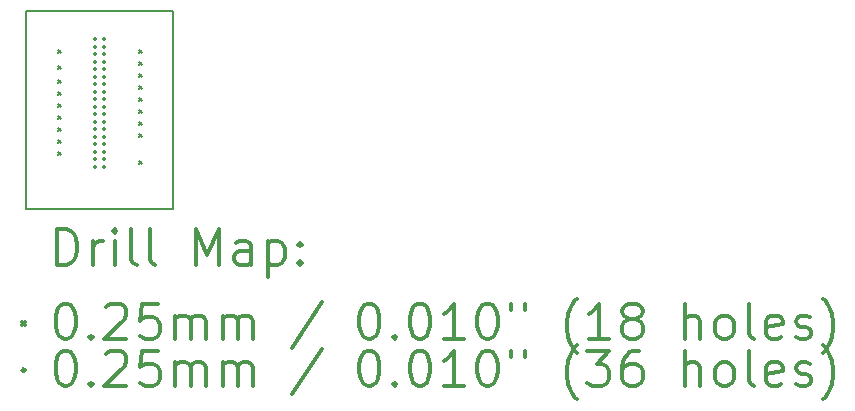
<source format=gbr>
%FSLAX45Y45*%
G04 Gerber Fmt 4.5, Leading zero omitted, Abs format (unit mm)*
G04 Created by KiCad (PCBNEW 4.0.7) date 07/03/18 10:48:22*
%MOMM*%
%LPD*%
G01*
G04 APERTURE LIST*
%ADD10C,0.127000*%
%ADD11C,0.150000*%
%ADD12C,0.200000*%
%ADD13C,0.300000*%
G04 APERTURE END LIST*
D10*
D11*
X14528800Y-11684000D02*
X14528800Y-11607800D01*
X15773400Y-11684000D02*
X14528800Y-11684000D01*
X15773400Y-11607800D02*
X15773400Y-11684000D01*
X15773400Y-10007600D02*
X15773400Y-10083800D01*
X14528800Y-10007600D02*
X15773400Y-10007600D01*
X14528800Y-10083800D02*
X14528800Y-10007600D01*
X15773400Y-11607800D02*
X15773400Y-10083800D01*
X14528800Y-10083800D02*
X14528800Y-11607800D01*
D12*
X14795754Y-10338054D02*
X14820646Y-10362946D01*
X14820646Y-10338054D02*
X14795754Y-10362946D01*
X14795754Y-10477754D02*
X14820646Y-10502646D01*
X14820646Y-10477754D02*
X14795754Y-10502646D01*
X14795754Y-10592054D02*
X14820646Y-10616946D01*
X14820646Y-10592054D02*
X14795754Y-10616946D01*
X14795754Y-10693654D02*
X14820646Y-10718546D01*
X14820646Y-10693654D02*
X14795754Y-10718546D01*
X14795754Y-10795254D02*
X14820646Y-10820146D01*
X14820646Y-10795254D02*
X14795754Y-10820146D01*
X14795754Y-10896854D02*
X14820646Y-10921746D01*
X14820646Y-10896854D02*
X14795754Y-10921746D01*
X14795754Y-10998454D02*
X14820646Y-11023346D01*
X14820646Y-10998454D02*
X14795754Y-11023346D01*
X14795754Y-11100054D02*
X14820646Y-11124946D01*
X14820646Y-11100054D02*
X14795754Y-11124946D01*
X14795754Y-11201654D02*
X14820646Y-11226546D01*
X14820646Y-11201654D02*
X14795754Y-11226546D01*
X15481554Y-10338054D02*
X15506446Y-10362946D01*
X15506446Y-10338054D02*
X15481554Y-10362946D01*
X15481554Y-10439654D02*
X15506446Y-10464546D01*
X15506446Y-10439654D02*
X15481554Y-10464546D01*
X15481554Y-10541254D02*
X15506446Y-10566146D01*
X15506446Y-10541254D02*
X15481554Y-10566146D01*
X15481554Y-10642854D02*
X15506446Y-10667746D01*
X15506446Y-10642854D02*
X15481554Y-10667746D01*
X15481554Y-10744454D02*
X15506446Y-10769346D01*
X15506446Y-10744454D02*
X15481554Y-10769346D01*
X15481554Y-10846054D02*
X15506446Y-10870946D01*
X15506446Y-10846054D02*
X15481554Y-10870946D01*
X15481554Y-10947654D02*
X15506446Y-10972546D01*
X15506446Y-10947654D02*
X15481554Y-10972546D01*
X15481554Y-11049254D02*
X15506446Y-11074146D01*
X15506446Y-11049254D02*
X15481554Y-11074146D01*
X15481554Y-11277854D02*
X15506446Y-11302746D01*
X15506446Y-11277854D02*
X15481554Y-11302746D01*
X15125700Y-10248900D02*
G75*
G03X15125700Y-10248900I-12700J0D01*
G01*
X15125700Y-10312400D02*
G75*
G03X15125700Y-10312400I-12700J0D01*
G01*
X15125700Y-10375900D02*
G75*
G03X15125700Y-10375900I-12700J0D01*
G01*
X15125700Y-10439400D02*
G75*
G03X15125700Y-10439400I-12700J0D01*
G01*
X15125700Y-10502900D02*
G75*
G03X15125700Y-10502900I-12700J0D01*
G01*
X15125700Y-10566400D02*
G75*
G03X15125700Y-10566400I-12700J0D01*
G01*
X15125700Y-10629900D02*
G75*
G03X15125700Y-10629900I-12700J0D01*
G01*
X15125700Y-10693400D02*
G75*
G03X15125700Y-10693400I-12700J0D01*
G01*
X15125700Y-10756900D02*
G75*
G03X15125700Y-10756900I-12700J0D01*
G01*
X15125700Y-10820400D02*
G75*
G03X15125700Y-10820400I-12700J0D01*
G01*
X15125700Y-10883900D02*
G75*
G03X15125700Y-10883900I-12700J0D01*
G01*
X15125700Y-10947400D02*
G75*
G03X15125700Y-10947400I-12700J0D01*
G01*
X15125700Y-11010900D02*
G75*
G03X15125700Y-11010900I-12700J0D01*
G01*
X15125700Y-11074400D02*
G75*
G03X15125700Y-11074400I-12700J0D01*
G01*
X15125700Y-11137900D02*
G75*
G03X15125700Y-11137900I-12700J0D01*
G01*
X15125700Y-11201400D02*
G75*
G03X15125700Y-11201400I-12700J0D01*
G01*
X15125700Y-11264900D02*
G75*
G03X15125700Y-11264900I-12700J0D01*
G01*
X15125700Y-11328400D02*
G75*
G03X15125700Y-11328400I-12700J0D01*
G01*
X15201900Y-10248900D02*
G75*
G03X15201900Y-10248900I-12700J0D01*
G01*
X15201900Y-10312400D02*
G75*
G03X15201900Y-10312400I-12700J0D01*
G01*
X15201900Y-10375900D02*
G75*
G03X15201900Y-10375900I-12700J0D01*
G01*
X15201900Y-10439400D02*
G75*
G03X15201900Y-10439400I-12700J0D01*
G01*
X15201900Y-10502900D02*
G75*
G03X15201900Y-10502900I-12700J0D01*
G01*
X15201900Y-10566400D02*
G75*
G03X15201900Y-10566400I-12700J0D01*
G01*
X15201900Y-10629900D02*
G75*
G03X15201900Y-10629900I-12700J0D01*
G01*
X15201900Y-10693400D02*
G75*
G03X15201900Y-10693400I-12700J0D01*
G01*
X15201900Y-10756900D02*
G75*
G03X15201900Y-10756900I-12700J0D01*
G01*
X15201900Y-10820400D02*
G75*
G03X15201900Y-10820400I-12700J0D01*
G01*
X15201900Y-10883900D02*
G75*
G03X15201900Y-10883900I-12700J0D01*
G01*
X15201900Y-10947400D02*
G75*
G03X15201900Y-10947400I-12700J0D01*
G01*
X15201900Y-11010900D02*
G75*
G03X15201900Y-11010900I-12700J0D01*
G01*
X15201900Y-11074400D02*
G75*
G03X15201900Y-11074400I-12700J0D01*
G01*
X15201900Y-11137900D02*
G75*
G03X15201900Y-11137900I-12700J0D01*
G01*
X15201900Y-11201400D02*
G75*
G03X15201900Y-11201400I-12700J0D01*
G01*
X15201900Y-11264900D02*
G75*
G03X15201900Y-11264900I-12700J0D01*
G01*
X15201900Y-11328400D02*
G75*
G03X15201900Y-11328400I-12700J0D01*
G01*
D13*
X14792728Y-12157214D02*
X14792728Y-11857214D01*
X14864157Y-11857214D01*
X14907014Y-11871500D01*
X14935586Y-11900071D01*
X14949871Y-11928643D01*
X14964157Y-11985786D01*
X14964157Y-12028643D01*
X14949871Y-12085786D01*
X14935586Y-12114357D01*
X14907014Y-12142929D01*
X14864157Y-12157214D01*
X14792728Y-12157214D01*
X15092728Y-12157214D02*
X15092728Y-11957214D01*
X15092728Y-12014357D02*
X15107014Y-11985786D01*
X15121300Y-11971500D01*
X15149871Y-11957214D01*
X15178443Y-11957214D01*
X15278443Y-12157214D02*
X15278443Y-11957214D01*
X15278443Y-11857214D02*
X15264157Y-11871500D01*
X15278443Y-11885786D01*
X15292728Y-11871500D01*
X15278443Y-11857214D01*
X15278443Y-11885786D01*
X15464157Y-12157214D02*
X15435586Y-12142929D01*
X15421300Y-12114357D01*
X15421300Y-11857214D01*
X15621300Y-12157214D02*
X15592728Y-12142929D01*
X15578443Y-12114357D01*
X15578443Y-11857214D01*
X15964157Y-12157214D02*
X15964157Y-11857214D01*
X16064157Y-12071500D01*
X16164157Y-11857214D01*
X16164157Y-12157214D01*
X16435586Y-12157214D02*
X16435586Y-12000071D01*
X16421300Y-11971500D01*
X16392728Y-11957214D01*
X16335586Y-11957214D01*
X16307014Y-11971500D01*
X16435586Y-12142929D02*
X16407014Y-12157214D01*
X16335586Y-12157214D01*
X16307014Y-12142929D01*
X16292728Y-12114357D01*
X16292728Y-12085786D01*
X16307014Y-12057214D01*
X16335586Y-12042929D01*
X16407014Y-12042929D01*
X16435586Y-12028643D01*
X16578443Y-11957214D02*
X16578443Y-12257214D01*
X16578443Y-11971500D02*
X16607014Y-11957214D01*
X16664157Y-11957214D01*
X16692728Y-11971500D01*
X16707014Y-11985786D01*
X16721300Y-12014357D01*
X16721300Y-12100071D01*
X16707014Y-12128643D01*
X16692728Y-12142929D01*
X16664157Y-12157214D01*
X16607014Y-12157214D01*
X16578443Y-12142929D01*
X16849871Y-12128643D02*
X16864157Y-12142929D01*
X16849871Y-12157214D01*
X16835586Y-12142929D01*
X16849871Y-12128643D01*
X16849871Y-12157214D01*
X16849871Y-11971500D02*
X16864157Y-11985786D01*
X16849871Y-12000071D01*
X16835586Y-11985786D01*
X16849871Y-11971500D01*
X16849871Y-12000071D01*
X14496408Y-12639054D02*
X14521300Y-12663946D01*
X14521300Y-12639054D02*
X14496408Y-12663946D01*
X14849871Y-12487214D02*
X14878443Y-12487214D01*
X14907014Y-12501500D01*
X14921300Y-12515786D01*
X14935586Y-12544357D01*
X14949871Y-12601500D01*
X14949871Y-12672929D01*
X14935586Y-12730071D01*
X14921300Y-12758643D01*
X14907014Y-12772929D01*
X14878443Y-12787214D01*
X14849871Y-12787214D01*
X14821300Y-12772929D01*
X14807014Y-12758643D01*
X14792728Y-12730071D01*
X14778443Y-12672929D01*
X14778443Y-12601500D01*
X14792728Y-12544357D01*
X14807014Y-12515786D01*
X14821300Y-12501500D01*
X14849871Y-12487214D01*
X15078443Y-12758643D02*
X15092728Y-12772929D01*
X15078443Y-12787214D01*
X15064157Y-12772929D01*
X15078443Y-12758643D01*
X15078443Y-12787214D01*
X15207014Y-12515786D02*
X15221300Y-12501500D01*
X15249871Y-12487214D01*
X15321300Y-12487214D01*
X15349871Y-12501500D01*
X15364157Y-12515786D01*
X15378443Y-12544357D01*
X15378443Y-12572929D01*
X15364157Y-12615786D01*
X15192728Y-12787214D01*
X15378443Y-12787214D01*
X15649871Y-12487214D02*
X15507014Y-12487214D01*
X15492728Y-12630071D01*
X15507014Y-12615786D01*
X15535586Y-12601500D01*
X15607014Y-12601500D01*
X15635586Y-12615786D01*
X15649871Y-12630071D01*
X15664157Y-12658643D01*
X15664157Y-12730071D01*
X15649871Y-12758643D01*
X15635586Y-12772929D01*
X15607014Y-12787214D01*
X15535586Y-12787214D01*
X15507014Y-12772929D01*
X15492728Y-12758643D01*
X15792728Y-12787214D02*
X15792728Y-12587214D01*
X15792728Y-12615786D02*
X15807014Y-12601500D01*
X15835586Y-12587214D01*
X15878443Y-12587214D01*
X15907014Y-12601500D01*
X15921300Y-12630071D01*
X15921300Y-12787214D01*
X15921300Y-12630071D02*
X15935586Y-12601500D01*
X15964157Y-12587214D01*
X16007014Y-12587214D01*
X16035586Y-12601500D01*
X16049871Y-12630071D01*
X16049871Y-12787214D01*
X16192728Y-12787214D02*
X16192728Y-12587214D01*
X16192728Y-12615786D02*
X16207014Y-12601500D01*
X16235586Y-12587214D01*
X16278443Y-12587214D01*
X16307014Y-12601500D01*
X16321300Y-12630071D01*
X16321300Y-12787214D01*
X16321300Y-12630071D02*
X16335586Y-12601500D01*
X16364157Y-12587214D01*
X16407014Y-12587214D01*
X16435586Y-12601500D01*
X16449871Y-12630071D01*
X16449871Y-12787214D01*
X17035586Y-12472929D02*
X16778443Y-12858643D01*
X17421300Y-12487214D02*
X17449871Y-12487214D01*
X17478443Y-12501500D01*
X17492728Y-12515786D01*
X17507014Y-12544357D01*
X17521300Y-12601500D01*
X17521300Y-12672929D01*
X17507014Y-12730071D01*
X17492728Y-12758643D01*
X17478443Y-12772929D01*
X17449871Y-12787214D01*
X17421300Y-12787214D01*
X17392728Y-12772929D01*
X17378443Y-12758643D01*
X17364157Y-12730071D01*
X17349871Y-12672929D01*
X17349871Y-12601500D01*
X17364157Y-12544357D01*
X17378443Y-12515786D01*
X17392728Y-12501500D01*
X17421300Y-12487214D01*
X17649871Y-12758643D02*
X17664157Y-12772929D01*
X17649871Y-12787214D01*
X17635586Y-12772929D01*
X17649871Y-12758643D01*
X17649871Y-12787214D01*
X17849871Y-12487214D02*
X17878443Y-12487214D01*
X17907014Y-12501500D01*
X17921300Y-12515786D01*
X17935586Y-12544357D01*
X17949871Y-12601500D01*
X17949871Y-12672929D01*
X17935586Y-12730071D01*
X17921300Y-12758643D01*
X17907014Y-12772929D01*
X17878443Y-12787214D01*
X17849871Y-12787214D01*
X17821300Y-12772929D01*
X17807014Y-12758643D01*
X17792728Y-12730071D01*
X17778443Y-12672929D01*
X17778443Y-12601500D01*
X17792728Y-12544357D01*
X17807014Y-12515786D01*
X17821300Y-12501500D01*
X17849871Y-12487214D01*
X18235586Y-12787214D02*
X18064157Y-12787214D01*
X18149871Y-12787214D02*
X18149871Y-12487214D01*
X18121300Y-12530071D01*
X18092728Y-12558643D01*
X18064157Y-12572929D01*
X18421300Y-12487214D02*
X18449871Y-12487214D01*
X18478443Y-12501500D01*
X18492728Y-12515786D01*
X18507014Y-12544357D01*
X18521300Y-12601500D01*
X18521300Y-12672929D01*
X18507014Y-12730071D01*
X18492728Y-12758643D01*
X18478443Y-12772929D01*
X18449871Y-12787214D01*
X18421300Y-12787214D01*
X18392728Y-12772929D01*
X18378443Y-12758643D01*
X18364157Y-12730071D01*
X18349871Y-12672929D01*
X18349871Y-12601500D01*
X18364157Y-12544357D01*
X18378443Y-12515786D01*
X18392728Y-12501500D01*
X18421300Y-12487214D01*
X18635586Y-12487214D02*
X18635586Y-12544357D01*
X18749871Y-12487214D02*
X18749871Y-12544357D01*
X19192728Y-12901500D02*
X19178443Y-12887214D01*
X19149871Y-12844357D01*
X19135586Y-12815786D01*
X19121300Y-12772929D01*
X19107014Y-12701500D01*
X19107014Y-12644357D01*
X19121300Y-12572929D01*
X19135586Y-12530071D01*
X19149871Y-12501500D01*
X19178443Y-12458643D01*
X19192728Y-12444357D01*
X19464157Y-12787214D02*
X19292728Y-12787214D01*
X19378443Y-12787214D02*
X19378443Y-12487214D01*
X19349871Y-12530071D01*
X19321300Y-12558643D01*
X19292728Y-12572929D01*
X19635586Y-12615786D02*
X19607014Y-12601500D01*
X19592728Y-12587214D01*
X19578443Y-12558643D01*
X19578443Y-12544357D01*
X19592728Y-12515786D01*
X19607014Y-12501500D01*
X19635586Y-12487214D01*
X19692728Y-12487214D01*
X19721300Y-12501500D01*
X19735586Y-12515786D01*
X19749871Y-12544357D01*
X19749871Y-12558643D01*
X19735586Y-12587214D01*
X19721300Y-12601500D01*
X19692728Y-12615786D01*
X19635586Y-12615786D01*
X19607014Y-12630071D01*
X19592728Y-12644357D01*
X19578443Y-12672929D01*
X19578443Y-12730071D01*
X19592728Y-12758643D01*
X19607014Y-12772929D01*
X19635586Y-12787214D01*
X19692728Y-12787214D01*
X19721300Y-12772929D01*
X19735586Y-12758643D01*
X19749871Y-12730071D01*
X19749871Y-12672929D01*
X19735586Y-12644357D01*
X19721300Y-12630071D01*
X19692728Y-12615786D01*
X20107014Y-12787214D02*
X20107014Y-12487214D01*
X20235586Y-12787214D02*
X20235586Y-12630071D01*
X20221300Y-12601500D01*
X20192728Y-12587214D01*
X20149871Y-12587214D01*
X20121300Y-12601500D01*
X20107014Y-12615786D01*
X20421300Y-12787214D02*
X20392728Y-12772929D01*
X20378443Y-12758643D01*
X20364157Y-12730071D01*
X20364157Y-12644357D01*
X20378443Y-12615786D01*
X20392728Y-12601500D01*
X20421300Y-12587214D01*
X20464157Y-12587214D01*
X20492728Y-12601500D01*
X20507014Y-12615786D01*
X20521300Y-12644357D01*
X20521300Y-12730071D01*
X20507014Y-12758643D01*
X20492728Y-12772929D01*
X20464157Y-12787214D01*
X20421300Y-12787214D01*
X20692728Y-12787214D02*
X20664157Y-12772929D01*
X20649871Y-12744357D01*
X20649871Y-12487214D01*
X20921300Y-12772929D02*
X20892729Y-12787214D01*
X20835586Y-12787214D01*
X20807014Y-12772929D01*
X20792729Y-12744357D01*
X20792729Y-12630071D01*
X20807014Y-12601500D01*
X20835586Y-12587214D01*
X20892729Y-12587214D01*
X20921300Y-12601500D01*
X20935586Y-12630071D01*
X20935586Y-12658643D01*
X20792729Y-12687214D01*
X21049871Y-12772929D02*
X21078443Y-12787214D01*
X21135586Y-12787214D01*
X21164157Y-12772929D01*
X21178443Y-12744357D01*
X21178443Y-12730071D01*
X21164157Y-12701500D01*
X21135586Y-12687214D01*
X21092729Y-12687214D01*
X21064157Y-12672929D01*
X21049871Y-12644357D01*
X21049871Y-12630071D01*
X21064157Y-12601500D01*
X21092729Y-12587214D01*
X21135586Y-12587214D01*
X21164157Y-12601500D01*
X21278443Y-12901500D02*
X21292729Y-12887214D01*
X21321300Y-12844357D01*
X21335586Y-12815786D01*
X21349871Y-12772929D01*
X21364157Y-12701500D01*
X21364157Y-12644357D01*
X21349871Y-12572929D01*
X21335586Y-12530071D01*
X21321300Y-12501500D01*
X21292729Y-12458643D01*
X21278443Y-12444357D01*
X14521300Y-13047500D02*
G75*
G03X14521300Y-13047500I-12700J0D01*
G01*
X14849871Y-12883214D02*
X14878443Y-12883214D01*
X14907014Y-12897500D01*
X14921300Y-12911786D01*
X14935586Y-12940357D01*
X14949871Y-12997500D01*
X14949871Y-13068929D01*
X14935586Y-13126071D01*
X14921300Y-13154643D01*
X14907014Y-13168929D01*
X14878443Y-13183214D01*
X14849871Y-13183214D01*
X14821300Y-13168929D01*
X14807014Y-13154643D01*
X14792728Y-13126071D01*
X14778443Y-13068929D01*
X14778443Y-12997500D01*
X14792728Y-12940357D01*
X14807014Y-12911786D01*
X14821300Y-12897500D01*
X14849871Y-12883214D01*
X15078443Y-13154643D02*
X15092728Y-13168929D01*
X15078443Y-13183214D01*
X15064157Y-13168929D01*
X15078443Y-13154643D01*
X15078443Y-13183214D01*
X15207014Y-12911786D02*
X15221300Y-12897500D01*
X15249871Y-12883214D01*
X15321300Y-12883214D01*
X15349871Y-12897500D01*
X15364157Y-12911786D01*
X15378443Y-12940357D01*
X15378443Y-12968929D01*
X15364157Y-13011786D01*
X15192728Y-13183214D01*
X15378443Y-13183214D01*
X15649871Y-12883214D02*
X15507014Y-12883214D01*
X15492728Y-13026071D01*
X15507014Y-13011786D01*
X15535586Y-12997500D01*
X15607014Y-12997500D01*
X15635586Y-13011786D01*
X15649871Y-13026071D01*
X15664157Y-13054643D01*
X15664157Y-13126071D01*
X15649871Y-13154643D01*
X15635586Y-13168929D01*
X15607014Y-13183214D01*
X15535586Y-13183214D01*
X15507014Y-13168929D01*
X15492728Y-13154643D01*
X15792728Y-13183214D02*
X15792728Y-12983214D01*
X15792728Y-13011786D02*
X15807014Y-12997500D01*
X15835586Y-12983214D01*
X15878443Y-12983214D01*
X15907014Y-12997500D01*
X15921300Y-13026071D01*
X15921300Y-13183214D01*
X15921300Y-13026071D02*
X15935586Y-12997500D01*
X15964157Y-12983214D01*
X16007014Y-12983214D01*
X16035586Y-12997500D01*
X16049871Y-13026071D01*
X16049871Y-13183214D01*
X16192728Y-13183214D02*
X16192728Y-12983214D01*
X16192728Y-13011786D02*
X16207014Y-12997500D01*
X16235586Y-12983214D01*
X16278443Y-12983214D01*
X16307014Y-12997500D01*
X16321300Y-13026071D01*
X16321300Y-13183214D01*
X16321300Y-13026071D02*
X16335586Y-12997500D01*
X16364157Y-12983214D01*
X16407014Y-12983214D01*
X16435586Y-12997500D01*
X16449871Y-13026071D01*
X16449871Y-13183214D01*
X17035586Y-12868929D02*
X16778443Y-13254643D01*
X17421300Y-12883214D02*
X17449871Y-12883214D01*
X17478443Y-12897500D01*
X17492728Y-12911786D01*
X17507014Y-12940357D01*
X17521300Y-12997500D01*
X17521300Y-13068929D01*
X17507014Y-13126071D01*
X17492728Y-13154643D01*
X17478443Y-13168929D01*
X17449871Y-13183214D01*
X17421300Y-13183214D01*
X17392728Y-13168929D01*
X17378443Y-13154643D01*
X17364157Y-13126071D01*
X17349871Y-13068929D01*
X17349871Y-12997500D01*
X17364157Y-12940357D01*
X17378443Y-12911786D01*
X17392728Y-12897500D01*
X17421300Y-12883214D01*
X17649871Y-13154643D02*
X17664157Y-13168929D01*
X17649871Y-13183214D01*
X17635586Y-13168929D01*
X17649871Y-13154643D01*
X17649871Y-13183214D01*
X17849871Y-12883214D02*
X17878443Y-12883214D01*
X17907014Y-12897500D01*
X17921300Y-12911786D01*
X17935586Y-12940357D01*
X17949871Y-12997500D01*
X17949871Y-13068929D01*
X17935586Y-13126071D01*
X17921300Y-13154643D01*
X17907014Y-13168929D01*
X17878443Y-13183214D01*
X17849871Y-13183214D01*
X17821300Y-13168929D01*
X17807014Y-13154643D01*
X17792728Y-13126071D01*
X17778443Y-13068929D01*
X17778443Y-12997500D01*
X17792728Y-12940357D01*
X17807014Y-12911786D01*
X17821300Y-12897500D01*
X17849871Y-12883214D01*
X18235586Y-13183214D02*
X18064157Y-13183214D01*
X18149871Y-13183214D02*
X18149871Y-12883214D01*
X18121300Y-12926071D01*
X18092728Y-12954643D01*
X18064157Y-12968929D01*
X18421300Y-12883214D02*
X18449871Y-12883214D01*
X18478443Y-12897500D01*
X18492728Y-12911786D01*
X18507014Y-12940357D01*
X18521300Y-12997500D01*
X18521300Y-13068929D01*
X18507014Y-13126071D01*
X18492728Y-13154643D01*
X18478443Y-13168929D01*
X18449871Y-13183214D01*
X18421300Y-13183214D01*
X18392728Y-13168929D01*
X18378443Y-13154643D01*
X18364157Y-13126071D01*
X18349871Y-13068929D01*
X18349871Y-12997500D01*
X18364157Y-12940357D01*
X18378443Y-12911786D01*
X18392728Y-12897500D01*
X18421300Y-12883214D01*
X18635586Y-12883214D02*
X18635586Y-12940357D01*
X18749871Y-12883214D02*
X18749871Y-12940357D01*
X19192728Y-13297500D02*
X19178443Y-13283214D01*
X19149871Y-13240357D01*
X19135586Y-13211786D01*
X19121300Y-13168929D01*
X19107014Y-13097500D01*
X19107014Y-13040357D01*
X19121300Y-12968929D01*
X19135586Y-12926071D01*
X19149871Y-12897500D01*
X19178443Y-12854643D01*
X19192728Y-12840357D01*
X19278443Y-12883214D02*
X19464157Y-12883214D01*
X19364157Y-12997500D01*
X19407014Y-12997500D01*
X19435586Y-13011786D01*
X19449871Y-13026071D01*
X19464157Y-13054643D01*
X19464157Y-13126071D01*
X19449871Y-13154643D01*
X19435586Y-13168929D01*
X19407014Y-13183214D01*
X19321300Y-13183214D01*
X19292728Y-13168929D01*
X19278443Y-13154643D01*
X19721300Y-12883214D02*
X19664157Y-12883214D01*
X19635586Y-12897500D01*
X19621300Y-12911786D01*
X19592728Y-12954643D01*
X19578443Y-13011786D01*
X19578443Y-13126071D01*
X19592728Y-13154643D01*
X19607014Y-13168929D01*
X19635586Y-13183214D01*
X19692728Y-13183214D01*
X19721300Y-13168929D01*
X19735586Y-13154643D01*
X19749871Y-13126071D01*
X19749871Y-13054643D01*
X19735586Y-13026071D01*
X19721300Y-13011786D01*
X19692728Y-12997500D01*
X19635586Y-12997500D01*
X19607014Y-13011786D01*
X19592728Y-13026071D01*
X19578443Y-13054643D01*
X20107014Y-13183214D02*
X20107014Y-12883214D01*
X20235586Y-13183214D02*
X20235586Y-13026071D01*
X20221300Y-12997500D01*
X20192728Y-12983214D01*
X20149871Y-12983214D01*
X20121300Y-12997500D01*
X20107014Y-13011786D01*
X20421300Y-13183214D02*
X20392728Y-13168929D01*
X20378443Y-13154643D01*
X20364157Y-13126071D01*
X20364157Y-13040357D01*
X20378443Y-13011786D01*
X20392728Y-12997500D01*
X20421300Y-12983214D01*
X20464157Y-12983214D01*
X20492728Y-12997500D01*
X20507014Y-13011786D01*
X20521300Y-13040357D01*
X20521300Y-13126071D01*
X20507014Y-13154643D01*
X20492728Y-13168929D01*
X20464157Y-13183214D01*
X20421300Y-13183214D01*
X20692728Y-13183214D02*
X20664157Y-13168929D01*
X20649871Y-13140357D01*
X20649871Y-12883214D01*
X20921300Y-13168929D02*
X20892729Y-13183214D01*
X20835586Y-13183214D01*
X20807014Y-13168929D01*
X20792729Y-13140357D01*
X20792729Y-13026071D01*
X20807014Y-12997500D01*
X20835586Y-12983214D01*
X20892729Y-12983214D01*
X20921300Y-12997500D01*
X20935586Y-13026071D01*
X20935586Y-13054643D01*
X20792729Y-13083214D01*
X21049871Y-13168929D02*
X21078443Y-13183214D01*
X21135586Y-13183214D01*
X21164157Y-13168929D01*
X21178443Y-13140357D01*
X21178443Y-13126071D01*
X21164157Y-13097500D01*
X21135586Y-13083214D01*
X21092729Y-13083214D01*
X21064157Y-13068929D01*
X21049871Y-13040357D01*
X21049871Y-13026071D01*
X21064157Y-12997500D01*
X21092729Y-12983214D01*
X21135586Y-12983214D01*
X21164157Y-12997500D01*
X21278443Y-13297500D02*
X21292729Y-13283214D01*
X21321300Y-13240357D01*
X21335586Y-13211786D01*
X21349871Y-13168929D01*
X21364157Y-13097500D01*
X21364157Y-13040357D01*
X21349871Y-12968929D01*
X21335586Y-12926071D01*
X21321300Y-12897500D01*
X21292729Y-12854643D01*
X21278443Y-12840357D01*
M02*

</source>
